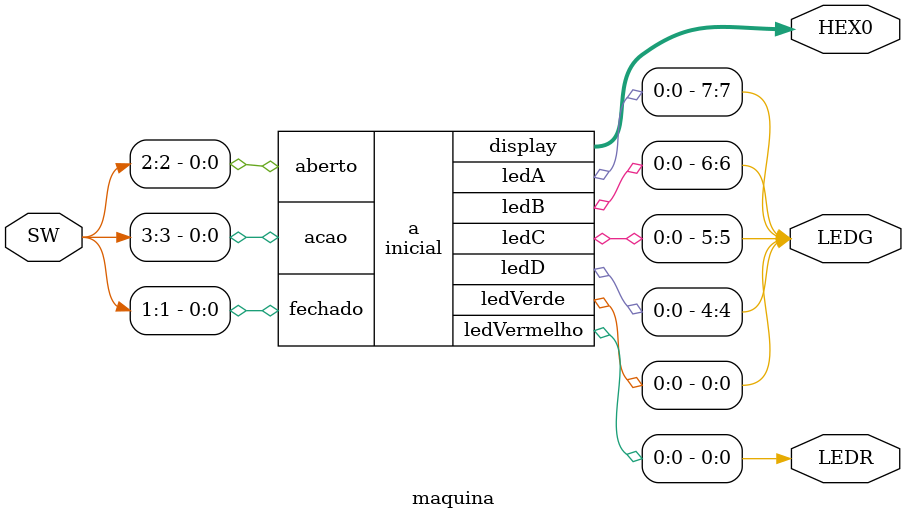
<source format=v>
module inicial ( acao, aberto, fechado, ledVerde, ledVermelho, display,ledA,ledB,ledC,ledD);
	input acao, aberto, fechado;
	output ledVerde, ledVermelho,ledA,ledB,ledC,ledD;
	output [6:0] display;
	
	reg [1:0] estadoFinal;
	
	parameter A = 2'b00, B = 2'b01, C = 2'b10, D = 2'b11;
		
	always@(*) begin
	
		
	
		case( estadoFinal )
			A: if( acao == 1 && aberto == 0 && fechado == 1) estadoFinal = C;
			
			B: if( acao == 0 && aberto == 1 && fechado == 0 ) estadoFinal = D;
			
			C: begin
					if( acao == 1 && aberto == 0 && fechado == 0 ) estadoFinal = B;
					if( acao == 0 && aberto == 0 && fechado == 0 ) estadoFinal = D;
				end
				
			D: begin
					if( acao == 1 && aberto == 0 && fechado == 0 ) estadoFinal = C;
					if( acao == 0 && aberto == 0 && fechado == 0) estadoFinal = A;
				end
				
			default: estadoFinal = A;
			
		endcase
		
		
	end
		
	assign ledVerde = (estadoFinal[1] * ~estadoFinal[0]);
	assign ledVermelho = (estadoFinal[1] * estadoFinal[0]);
	 
	assign ledA = (~estadoFinal[1] * ~estadoFinal[0]);
	assign ledB = (~estadoFinal[1] * estadoFinal[0]);
	assign ledC = (estadoFinal[1] * ~estadoFinal[0]);
	assign ledD = (estadoFinal[1] * estadoFinal[0]);
	
endmodule

module maquina(SW,LEDG,LEDR,HEX0);
	input [3:1] SW;
	output [7:0] LEDG, LEDR;
	output [6:0] HEX0;

	inicial a( SW[3], SW[2], SW[1], LEDG[0], LEDR[0], HEX0,LEDG[7],LEDG[6],LEDG[5],LEDG[4]);
endmodule

/*module B ( acao, aberto, fechado, ledVerde, ledVermelho, display);
	input acao, aberto, fechado;
	output ledVerde, ledVermelho;
	output [6:0] display;

	assign {display} = 7'b0001000;
	assign ledVerde = 0;
	assign ledVermelho = 0;

	always
	begin
		if( acao == 0 ) begin
			if( aberto == 1 ) begin
				if( fechado == 0 ) begin
					//Chama módulo D
				end
			end
		end
	end
endmodule*/

/*module C ( acao, aberto, fechado, ledVerde, ledVermelho, display);
	input acao, aberto, fechado;
	output ledVerde, ledVermelho;
	output [6:0] display;

	assign {display} = 7'b1111111;
	assign ledVerde = 1;
	assign ledVermelho = 0;

	always
	begin
		if( acao == 1 ) begin
			if( aberto == 0 ) begin
				if( fechado == 0 ) begin
					B b( acao, aberto, fechado, ledVerde, ledVermelho, display);
				end
			end
			end
		else begin
			if( aberto == 0) begin
				if( fechado == 0) begin
					D d1( acao, aberto, fechado, ledVerde, ledVermelho, display);
				end
			end
		end
	end
endmodule*/

/*module D ( acao, aberto, fechado, ledVerde, ledVermelho, display);
	input acao, aberto, fechado;
	output ledVerde, ledVermelho;
	output [6:0] display;

	assign {display} = 7'b1111111;
	assign ledVerde = 0;
	assign ledVermelho = 1;
	
	always
	begin
		if( acao == 1 ) begin
			if( aberto == 0 ) begin
				if( fechado == 0 ) begin
					C c( acao, aberto, fechado, ledVerde, ledVermelho, display);
				end
			end
		end
		else begin
			if( aberto == 0) begin
				if( fechado == 0) begin
					A a( acao, aberto, fechado, ledVerde, ledVermelho, display);
				end
			end
		end
	end
endmodule*/

</source>
